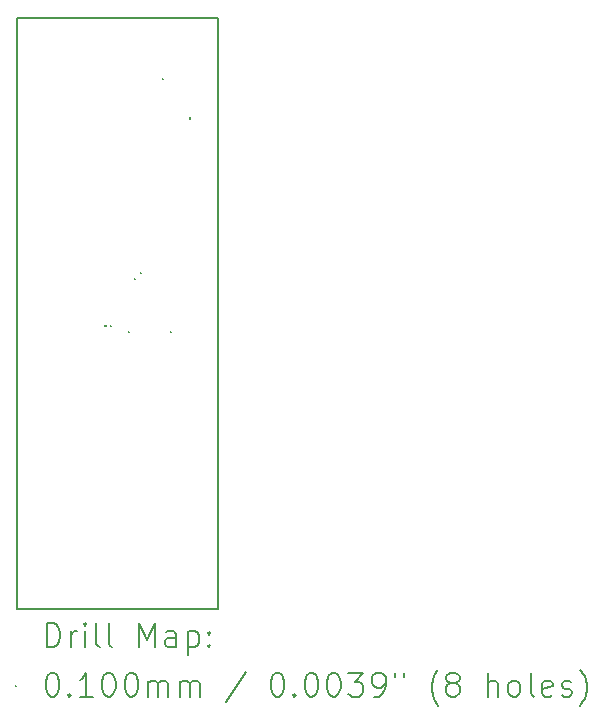
<source format=gbr>
%TF.GenerationSoftware,KiCad,Pcbnew,8.0.1*%
%TF.CreationDate,2024-10-17T14:11:02-05:00*%
%TF.ProjectId,sip-board,7369702d-626f-4617-9264-2e6b69636164,rev?*%
%TF.SameCoordinates,Original*%
%TF.FileFunction,Drillmap*%
%TF.FilePolarity,Positive*%
%FSLAX45Y45*%
G04 Gerber Fmt 4.5, Leading zero omitted, Abs format (unit mm)*
G04 Created by KiCad (PCBNEW 8.0.1) date 2024-10-17 14:11:02*
%MOMM*%
%LPD*%
G01*
G04 APERTURE LIST*
%ADD10C,0.200000*%
%ADD11C,0.100000*%
G04 APERTURE END LIST*
D10*
X13700000Y-7862000D02*
X15400000Y-7862000D01*
X15400000Y-12862000D01*
X13700000Y-12862000D01*
X13700000Y-7862000D01*
D11*
X14437000Y-10455000D02*
X14447000Y-10465000D01*
X14447000Y-10455000D02*
X14437000Y-10465000D01*
X14485000Y-10456000D02*
X14495000Y-10466000D01*
X14495000Y-10456000D02*
X14485000Y-10466000D01*
X14637000Y-10505000D02*
X14647000Y-10515000D01*
X14647000Y-10505000D02*
X14637000Y-10515000D01*
X14687000Y-10056000D02*
X14697000Y-10066000D01*
X14697000Y-10056000D02*
X14687000Y-10066000D01*
X14736000Y-10005000D02*
X14746000Y-10015000D01*
X14746000Y-10005000D02*
X14736000Y-10015000D01*
X14926000Y-8366000D02*
X14936000Y-8376000D01*
X14936000Y-8366000D02*
X14926000Y-8376000D01*
X14993000Y-10505000D02*
X15003000Y-10515000D01*
X15003000Y-10505000D02*
X14993000Y-10515000D01*
X15150000Y-8700000D02*
X15160000Y-8710000D01*
X15160000Y-8700000D02*
X15150000Y-8710000D01*
D10*
X13950777Y-13183484D02*
X13950777Y-12983484D01*
X13950777Y-12983484D02*
X13998396Y-12983484D01*
X13998396Y-12983484D02*
X14026967Y-12993008D01*
X14026967Y-12993008D02*
X14046015Y-13012055D01*
X14046015Y-13012055D02*
X14055539Y-13031103D01*
X14055539Y-13031103D02*
X14065062Y-13069198D01*
X14065062Y-13069198D02*
X14065062Y-13097769D01*
X14065062Y-13097769D02*
X14055539Y-13135865D01*
X14055539Y-13135865D02*
X14046015Y-13154912D01*
X14046015Y-13154912D02*
X14026967Y-13173960D01*
X14026967Y-13173960D02*
X13998396Y-13183484D01*
X13998396Y-13183484D02*
X13950777Y-13183484D01*
X14150777Y-13183484D02*
X14150777Y-13050150D01*
X14150777Y-13088246D02*
X14160301Y-13069198D01*
X14160301Y-13069198D02*
X14169824Y-13059674D01*
X14169824Y-13059674D02*
X14188872Y-13050150D01*
X14188872Y-13050150D02*
X14207920Y-13050150D01*
X14274586Y-13183484D02*
X14274586Y-13050150D01*
X14274586Y-12983484D02*
X14265062Y-12993008D01*
X14265062Y-12993008D02*
X14274586Y-13002531D01*
X14274586Y-13002531D02*
X14284110Y-12993008D01*
X14284110Y-12993008D02*
X14274586Y-12983484D01*
X14274586Y-12983484D02*
X14274586Y-13002531D01*
X14398396Y-13183484D02*
X14379348Y-13173960D01*
X14379348Y-13173960D02*
X14369824Y-13154912D01*
X14369824Y-13154912D02*
X14369824Y-12983484D01*
X14503158Y-13183484D02*
X14484110Y-13173960D01*
X14484110Y-13173960D02*
X14474586Y-13154912D01*
X14474586Y-13154912D02*
X14474586Y-12983484D01*
X14731729Y-13183484D02*
X14731729Y-12983484D01*
X14731729Y-12983484D02*
X14798396Y-13126341D01*
X14798396Y-13126341D02*
X14865062Y-12983484D01*
X14865062Y-12983484D02*
X14865062Y-13183484D01*
X15046015Y-13183484D02*
X15046015Y-13078722D01*
X15046015Y-13078722D02*
X15036491Y-13059674D01*
X15036491Y-13059674D02*
X15017443Y-13050150D01*
X15017443Y-13050150D02*
X14979348Y-13050150D01*
X14979348Y-13050150D02*
X14960301Y-13059674D01*
X15046015Y-13173960D02*
X15026967Y-13183484D01*
X15026967Y-13183484D02*
X14979348Y-13183484D01*
X14979348Y-13183484D02*
X14960301Y-13173960D01*
X14960301Y-13173960D02*
X14950777Y-13154912D01*
X14950777Y-13154912D02*
X14950777Y-13135865D01*
X14950777Y-13135865D02*
X14960301Y-13116817D01*
X14960301Y-13116817D02*
X14979348Y-13107293D01*
X14979348Y-13107293D02*
X15026967Y-13107293D01*
X15026967Y-13107293D02*
X15046015Y-13097769D01*
X15141253Y-13050150D02*
X15141253Y-13250150D01*
X15141253Y-13059674D02*
X15160301Y-13050150D01*
X15160301Y-13050150D02*
X15198396Y-13050150D01*
X15198396Y-13050150D02*
X15217443Y-13059674D01*
X15217443Y-13059674D02*
X15226967Y-13069198D01*
X15226967Y-13069198D02*
X15236491Y-13088246D01*
X15236491Y-13088246D02*
X15236491Y-13145388D01*
X15236491Y-13145388D02*
X15226967Y-13164436D01*
X15226967Y-13164436D02*
X15217443Y-13173960D01*
X15217443Y-13173960D02*
X15198396Y-13183484D01*
X15198396Y-13183484D02*
X15160301Y-13183484D01*
X15160301Y-13183484D02*
X15141253Y-13173960D01*
X15322205Y-13164436D02*
X15331729Y-13173960D01*
X15331729Y-13173960D02*
X15322205Y-13183484D01*
X15322205Y-13183484D02*
X15312682Y-13173960D01*
X15312682Y-13173960D02*
X15322205Y-13164436D01*
X15322205Y-13164436D02*
X15322205Y-13183484D01*
X15322205Y-13059674D02*
X15331729Y-13069198D01*
X15331729Y-13069198D02*
X15322205Y-13078722D01*
X15322205Y-13078722D02*
X15312682Y-13069198D01*
X15312682Y-13069198D02*
X15322205Y-13059674D01*
X15322205Y-13059674D02*
X15322205Y-13078722D01*
D11*
X13680000Y-13507000D02*
X13690000Y-13517000D01*
X13690000Y-13507000D02*
X13680000Y-13517000D01*
D10*
X13988872Y-13403484D02*
X14007920Y-13403484D01*
X14007920Y-13403484D02*
X14026967Y-13413008D01*
X14026967Y-13413008D02*
X14036491Y-13422531D01*
X14036491Y-13422531D02*
X14046015Y-13441579D01*
X14046015Y-13441579D02*
X14055539Y-13479674D01*
X14055539Y-13479674D02*
X14055539Y-13527293D01*
X14055539Y-13527293D02*
X14046015Y-13565388D01*
X14046015Y-13565388D02*
X14036491Y-13584436D01*
X14036491Y-13584436D02*
X14026967Y-13593960D01*
X14026967Y-13593960D02*
X14007920Y-13603484D01*
X14007920Y-13603484D02*
X13988872Y-13603484D01*
X13988872Y-13603484D02*
X13969824Y-13593960D01*
X13969824Y-13593960D02*
X13960301Y-13584436D01*
X13960301Y-13584436D02*
X13950777Y-13565388D01*
X13950777Y-13565388D02*
X13941253Y-13527293D01*
X13941253Y-13527293D02*
X13941253Y-13479674D01*
X13941253Y-13479674D02*
X13950777Y-13441579D01*
X13950777Y-13441579D02*
X13960301Y-13422531D01*
X13960301Y-13422531D02*
X13969824Y-13413008D01*
X13969824Y-13413008D02*
X13988872Y-13403484D01*
X14141253Y-13584436D02*
X14150777Y-13593960D01*
X14150777Y-13593960D02*
X14141253Y-13603484D01*
X14141253Y-13603484D02*
X14131729Y-13593960D01*
X14131729Y-13593960D02*
X14141253Y-13584436D01*
X14141253Y-13584436D02*
X14141253Y-13603484D01*
X14341253Y-13603484D02*
X14226967Y-13603484D01*
X14284110Y-13603484D02*
X14284110Y-13403484D01*
X14284110Y-13403484D02*
X14265062Y-13432055D01*
X14265062Y-13432055D02*
X14246015Y-13451103D01*
X14246015Y-13451103D02*
X14226967Y-13460627D01*
X14465062Y-13403484D02*
X14484110Y-13403484D01*
X14484110Y-13403484D02*
X14503158Y-13413008D01*
X14503158Y-13413008D02*
X14512682Y-13422531D01*
X14512682Y-13422531D02*
X14522205Y-13441579D01*
X14522205Y-13441579D02*
X14531729Y-13479674D01*
X14531729Y-13479674D02*
X14531729Y-13527293D01*
X14531729Y-13527293D02*
X14522205Y-13565388D01*
X14522205Y-13565388D02*
X14512682Y-13584436D01*
X14512682Y-13584436D02*
X14503158Y-13593960D01*
X14503158Y-13593960D02*
X14484110Y-13603484D01*
X14484110Y-13603484D02*
X14465062Y-13603484D01*
X14465062Y-13603484D02*
X14446015Y-13593960D01*
X14446015Y-13593960D02*
X14436491Y-13584436D01*
X14436491Y-13584436D02*
X14426967Y-13565388D01*
X14426967Y-13565388D02*
X14417443Y-13527293D01*
X14417443Y-13527293D02*
X14417443Y-13479674D01*
X14417443Y-13479674D02*
X14426967Y-13441579D01*
X14426967Y-13441579D02*
X14436491Y-13422531D01*
X14436491Y-13422531D02*
X14446015Y-13413008D01*
X14446015Y-13413008D02*
X14465062Y-13403484D01*
X14655539Y-13403484D02*
X14674586Y-13403484D01*
X14674586Y-13403484D02*
X14693634Y-13413008D01*
X14693634Y-13413008D02*
X14703158Y-13422531D01*
X14703158Y-13422531D02*
X14712682Y-13441579D01*
X14712682Y-13441579D02*
X14722205Y-13479674D01*
X14722205Y-13479674D02*
X14722205Y-13527293D01*
X14722205Y-13527293D02*
X14712682Y-13565388D01*
X14712682Y-13565388D02*
X14703158Y-13584436D01*
X14703158Y-13584436D02*
X14693634Y-13593960D01*
X14693634Y-13593960D02*
X14674586Y-13603484D01*
X14674586Y-13603484D02*
X14655539Y-13603484D01*
X14655539Y-13603484D02*
X14636491Y-13593960D01*
X14636491Y-13593960D02*
X14626967Y-13584436D01*
X14626967Y-13584436D02*
X14617443Y-13565388D01*
X14617443Y-13565388D02*
X14607920Y-13527293D01*
X14607920Y-13527293D02*
X14607920Y-13479674D01*
X14607920Y-13479674D02*
X14617443Y-13441579D01*
X14617443Y-13441579D02*
X14626967Y-13422531D01*
X14626967Y-13422531D02*
X14636491Y-13413008D01*
X14636491Y-13413008D02*
X14655539Y-13403484D01*
X14807920Y-13603484D02*
X14807920Y-13470150D01*
X14807920Y-13489198D02*
X14817443Y-13479674D01*
X14817443Y-13479674D02*
X14836491Y-13470150D01*
X14836491Y-13470150D02*
X14865063Y-13470150D01*
X14865063Y-13470150D02*
X14884110Y-13479674D01*
X14884110Y-13479674D02*
X14893634Y-13498722D01*
X14893634Y-13498722D02*
X14893634Y-13603484D01*
X14893634Y-13498722D02*
X14903158Y-13479674D01*
X14903158Y-13479674D02*
X14922205Y-13470150D01*
X14922205Y-13470150D02*
X14950777Y-13470150D01*
X14950777Y-13470150D02*
X14969824Y-13479674D01*
X14969824Y-13479674D02*
X14979348Y-13498722D01*
X14979348Y-13498722D02*
X14979348Y-13603484D01*
X15074586Y-13603484D02*
X15074586Y-13470150D01*
X15074586Y-13489198D02*
X15084110Y-13479674D01*
X15084110Y-13479674D02*
X15103158Y-13470150D01*
X15103158Y-13470150D02*
X15131729Y-13470150D01*
X15131729Y-13470150D02*
X15150777Y-13479674D01*
X15150777Y-13479674D02*
X15160301Y-13498722D01*
X15160301Y-13498722D02*
X15160301Y-13603484D01*
X15160301Y-13498722D02*
X15169824Y-13479674D01*
X15169824Y-13479674D02*
X15188872Y-13470150D01*
X15188872Y-13470150D02*
X15217443Y-13470150D01*
X15217443Y-13470150D02*
X15236491Y-13479674D01*
X15236491Y-13479674D02*
X15246015Y-13498722D01*
X15246015Y-13498722D02*
X15246015Y-13603484D01*
X15636491Y-13393960D02*
X15465063Y-13651103D01*
X15893634Y-13403484D02*
X15912682Y-13403484D01*
X15912682Y-13403484D02*
X15931729Y-13413008D01*
X15931729Y-13413008D02*
X15941253Y-13422531D01*
X15941253Y-13422531D02*
X15950777Y-13441579D01*
X15950777Y-13441579D02*
X15960301Y-13479674D01*
X15960301Y-13479674D02*
X15960301Y-13527293D01*
X15960301Y-13527293D02*
X15950777Y-13565388D01*
X15950777Y-13565388D02*
X15941253Y-13584436D01*
X15941253Y-13584436D02*
X15931729Y-13593960D01*
X15931729Y-13593960D02*
X15912682Y-13603484D01*
X15912682Y-13603484D02*
X15893634Y-13603484D01*
X15893634Y-13603484D02*
X15874586Y-13593960D01*
X15874586Y-13593960D02*
X15865063Y-13584436D01*
X15865063Y-13584436D02*
X15855539Y-13565388D01*
X15855539Y-13565388D02*
X15846015Y-13527293D01*
X15846015Y-13527293D02*
X15846015Y-13479674D01*
X15846015Y-13479674D02*
X15855539Y-13441579D01*
X15855539Y-13441579D02*
X15865063Y-13422531D01*
X15865063Y-13422531D02*
X15874586Y-13413008D01*
X15874586Y-13413008D02*
X15893634Y-13403484D01*
X16046015Y-13584436D02*
X16055539Y-13593960D01*
X16055539Y-13593960D02*
X16046015Y-13603484D01*
X16046015Y-13603484D02*
X16036491Y-13593960D01*
X16036491Y-13593960D02*
X16046015Y-13584436D01*
X16046015Y-13584436D02*
X16046015Y-13603484D01*
X16179348Y-13403484D02*
X16198396Y-13403484D01*
X16198396Y-13403484D02*
X16217444Y-13413008D01*
X16217444Y-13413008D02*
X16226967Y-13422531D01*
X16226967Y-13422531D02*
X16236491Y-13441579D01*
X16236491Y-13441579D02*
X16246015Y-13479674D01*
X16246015Y-13479674D02*
X16246015Y-13527293D01*
X16246015Y-13527293D02*
X16236491Y-13565388D01*
X16236491Y-13565388D02*
X16226967Y-13584436D01*
X16226967Y-13584436D02*
X16217444Y-13593960D01*
X16217444Y-13593960D02*
X16198396Y-13603484D01*
X16198396Y-13603484D02*
X16179348Y-13603484D01*
X16179348Y-13603484D02*
X16160301Y-13593960D01*
X16160301Y-13593960D02*
X16150777Y-13584436D01*
X16150777Y-13584436D02*
X16141253Y-13565388D01*
X16141253Y-13565388D02*
X16131729Y-13527293D01*
X16131729Y-13527293D02*
X16131729Y-13479674D01*
X16131729Y-13479674D02*
X16141253Y-13441579D01*
X16141253Y-13441579D02*
X16150777Y-13422531D01*
X16150777Y-13422531D02*
X16160301Y-13413008D01*
X16160301Y-13413008D02*
X16179348Y-13403484D01*
X16369825Y-13403484D02*
X16388872Y-13403484D01*
X16388872Y-13403484D02*
X16407920Y-13413008D01*
X16407920Y-13413008D02*
X16417444Y-13422531D01*
X16417444Y-13422531D02*
X16426967Y-13441579D01*
X16426967Y-13441579D02*
X16436491Y-13479674D01*
X16436491Y-13479674D02*
X16436491Y-13527293D01*
X16436491Y-13527293D02*
X16426967Y-13565388D01*
X16426967Y-13565388D02*
X16417444Y-13584436D01*
X16417444Y-13584436D02*
X16407920Y-13593960D01*
X16407920Y-13593960D02*
X16388872Y-13603484D01*
X16388872Y-13603484D02*
X16369825Y-13603484D01*
X16369825Y-13603484D02*
X16350777Y-13593960D01*
X16350777Y-13593960D02*
X16341253Y-13584436D01*
X16341253Y-13584436D02*
X16331729Y-13565388D01*
X16331729Y-13565388D02*
X16322206Y-13527293D01*
X16322206Y-13527293D02*
X16322206Y-13479674D01*
X16322206Y-13479674D02*
X16331729Y-13441579D01*
X16331729Y-13441579D02*
X16341253Y-13422531D01*
X16341253Y-13422531D02*
X16350777Y-13413008D01*
X16350777Y-13413008D02*
X16369825Y-13403484D01*
X16503158Y-13403484D02*
X16626967Y-13403484D01*
X16626967Y-13403484D02*
X16560301Y-13479674D01*
X16560301Y-13479674D02*
X16588872Y-13479674D01*
X16588872Y-13479674D02*
X16607920Y-13489198D01*
X16607920Y-13489198D02*
X16617444Y-13498722D01*
X16617444Y-13498722D02*
X16626967Y-13517769D01*
X16626967Y-13517769D02*
X16626967Y-13565388D01*
X16626967Y-13565388D02*
X16617444Y-13584436D01*
X16617444Y-13584436D02*
X16607920Y-13593960D01*
X16607920Y-13593960D02*
X16588872Y-13603484D01*
X16588872Y-13603484D02*
X16531729Y-13603484D01*
X16531729Y-13603484D02*
X16512682Y-13593960D01*
X16512682Y-13593960D02*
X16503158Y-13584436D01*
X16722206Y-13603484D02*
X16760301Y-13603484D01*
X16760301Y-13603484D02*
X16779349Y-13593960D01*
X16779349Y-13593960D02*
X16788872Y-13584436D01*
X16788872Y-13584436D02*
X16807920Y-13555865D01*
X16807920Y-13555865D02*
X16817444Y-13517769D01*
X16817444Y-13517769D02*
X16817444Y-13441579D01*
X16817444Y-13441579D02*
X16807920Y-13422531D01*
X16807920Y-13422531D02*
X16798396Y-13413008D01*
X16798396Y-13413008D02*
X16779349Y-13403484D01*
X16779349Y-13403484D02*
X16741253Y-13403484D01*
X16741253Y-13403484D02*
X16722206Y-13413008D01*
X16722206Y-13413008D02*
X16712682Y-13422531D01*
X16712682Y-13422531D02*
X16703158Y-13441579D01*
X16703158Y-13441579D02*
X16703158Y-13489198D01*
X16703158Y-13489198D02*
X16712682Y-13508246D01*
X16712682Y-13508246D02*
X16722206Y-13517769D01*
X16722206Y-13517769D02*
X16741253Y-13527293D01*
X16741253Y-13527293D02*
X16779349Y-13527293D01*
X16779349Y-13527293D02*
X16798396Y-13517769D01*
X16798396Y-13517769D02*
X16807920Y-13508246D01*
X16807920Y-13508246D02*
X16817444Y-13489198D01*
X16893634Y-13403484D02*
X16893634Y-13441579D01*
X16969825Y-13403484D02*
X16969825Y-13441579D01*
X17265063Y-13679674D02*
X17255539Y-13670150D01*
X17255539Y-13670150D02*
X17236491Y-13641579D01*
X17236491Y-13641579D02*
X17226968Y-13622531D01*
X17226968Y-13622531D02*
X17217444Y-13593960D01*
X17217444Y-13593960D02*
X17207920Y-13546341D01*
X17207920Y-13546341D02*
X17207920Y-13508246D01*
X17207920Y-13508246D02*
X17217444Y-13460627D01*
X17217444Y-13460627D02*
X17226968Y-13432055D01*
X17226968Y-13432055D02*
X17236491Y-13413008D01*
X17236491Y-13413008D02*
X17255539Y-13384436D01*
X17255539Y-13384436D02*
X17265063Y-13374912D01*
X17369825Y-13489198D02*
X17350777Y-13479674D01*
X17350777Y-13479674D02*
X17341253Y-13470150D01*
X17341253Y-13470150D02*
X17331730Y-13451103D01*
X17331730Y-13451103D02*
X17331730Y-13441579D01*
X17331730Y-13441579D02*
X17341253Y-13422531D01*
X17341253Y-13422531D02*
X17350777Y-13413008D01*
X17350777Y-13413008D02*
X17369825Y-13403484D01*
X17369825Y-13403484D02*
X17407920Y-13403484D01*
X17407920Y-13403484D02*
X17426968Y-13413008D01*
X17426968Y-13413008D02*
X17436491Y-13422531D01*
X17436491Y-13422531D02*
X17446015Y-13441579D01*
X17446015Y-13441579D02*
X17446015Y-13451103D01*
X17446015Y-13451103D02*
X17436491Y-13470150D01*
X17436491Y-13470150D02*
X17426968Y-13479674D01*
X17426968Y-13479674D02*
X17407920Y-13489198D01*
X17407920Y-13489198D02*
X17369825Y-13489198D01*
X17369825Y-13489198D02*
X17350777Y-13498722D01*
X17350777Y-13498722D02*
X17341253Y-13508246D01*
X17341253Y-13508246D02*
X17331730Y-13527293D01*
X17331730Y-13527293D02*
X17331730Y-13565388D01*
X17331730Y-13565388D02*
X17341253Y-13584436D01*
X17341253Y-13584436D02*
X17350777Y-13593960D01*
X17350777Y-13593960D02*
X17369825Y-13603484D01*
X17369825Y-13603484D02*
X17407920Y-13603484D01*
X17407920Y-13603484D02*
X17426968Y-13593960D01*
X17426968Y-13593960D02*
X17436491Y-13584436D01*
X17436491Y-13584436D02*
X17446015Y-13565388D01*
X17446015Y-13565388D02*
X17446015Y-13527293D01*
X17446015Y-13527293D02*
X17436491Y-13508246D01*
X17436491Y-13508246D02*
X17426968Y-13498722D01*
X17426968Y-13498722D02*
X17407920Y-13489198D01*
X17684111Y-13603484D02*
X17684111Y-13403484D01*
X17769825Y-13603484D02*
X17769825Y-13498722D01*
X17769825Y-13498722D02*
X17760301Y-13479674D01*
X17760301Y-13479674D02*
X17741253Y-13470150D01*
X17741253Y-13470150D02*
X17712682Y-13470150D01*
X17712682Y-13470150D02*
X17693634Y-13479674D01*
X17693634Y-13479674D02*
X17684111Y-13489198D01*
X17893634Y-13603484D02*
X17874587Y-13593960D01*
X17874587Y-13593960D02*
X17865063Y-13584436D01*
X17865063Y-13584436D02*
X17855539Y-13565388D01*
X17855539Y-13565388D02*
X17855539Y-13508246D01*
X17855539Y-13508246D02*
X17865063Y-13489198D01*
X17865063Y-13489198D02*
X17874587Y-13479674D01*
X17874587Y-13479674D02*
X17893634Y-13470150D01*
X17893634Y-13470150D02*
X17922206Y-13470150D01*
X17922206Y-13470150D02*
X17941253Y-13479674D01*
X17941253Y-13479674D02*
X17950777Y-13489198D01*
X17950777Y-13489198D02*
X17960301Y-13508246D01*
X17960301Y-13508246D02*
X17960301Y-13565388D01*
X17960301Y-13565388D02*
X17950777Y-13584436D01*
X17950777Y-13584436D02*
X17941253Y-13593960D01*
X17941253Y-13593960D02*
X17922206Y-13603484D01*
X17922206Y-13603484D02*
X17893634Y-13603484D01*
X18074587Y-13603484D02*
X18055539Y-13593960D01*
X18055539Y-13593960D02*
X18046015Y-13574912D01*
X18046015Y-13574912D02*
X18046015Y-13403484D01*
X18226968Y-13593960D02*
X18207920Y-13603484D01*
X18207920Y-13603484D02*
X18169825Y-13603484D01*
X18169825Y-13603484D02*
X18150777Y-13593960D01*
X18150777Y-13593960D02*
X18141253Y-13574912D01*
X18141253Y-13574912D02*
X18141253Y-13498722D01*
X18141253Y-13498722D02*
X18150777Y-13479674D01*
X18150777Y-13479674D02*
X18169825Y-13470150D01*
X18169825Y-13470150D02*
X18207920Y-13470150D01*
X18207920Y-13470150D02*
X18226968Y-13479674D01*
X18226968Y-13479674D02*
X18236492Y-13498722D01*
X18236492Y-13498722D02*
X18236492Y-13517769D01*
X18236492Y-13517769D02*
X18141253Y-13536817D01*
X18312682Y-13593960D02*
X18331730Y-13603484D01*
X18331730Y-13603484D02*
X18369825Y-13603484D01*
X18369825Y-13603484D02*
X18388873Y-13593960D01*
X18388873Y-13593960D02*
X18398396Y-13574912D01*
X18398396Y-13574912D02*
X18398396Y-13565388D01*
X18398396Y-13565388D02*
X18388873Y-13546341D01*
X18388873Y-13546341D02*
X18369825Y-13536817D01*
X18369825Y-13536817D02*
X18341253Y-13536817D01*
X18341253Y-13536817D02*
X18322206Y-13527293D01*
X18322206Y-13527293D02*
X18312682Y-13508246D01*
X18312682Y-13508246D02*
X18312682Y-13498722D01*
X18312682Y-13498722D02*
X18322206Y-13479674D01*
X18322206Y-13479674D02*
X18341253Y-13470150D01*
X18341253Y-13470150D02*
X18369825Y-13470150D01*
X18369825Y-13470150D02*
X18388873Y-13479674D01*
X18465063Y-13679674D02*
X18474587Y-13670150D01*
X18474587Y-13670150D02*
X18493634Y-13641579D01*
X18493634Y-13641579D02*
X18503158Y-13622531D01*
X18503158Y-13622531D02*
X18512682Y-13593960D01*
X18512682Y-13593960D02*
X18522206Y-13546341D01*
X18522206Y-13546341D02*
X18522206Y-13508246D01*
X18522206Y-13508246D02*
X18512682Y-13460627D01*
X18512682Y-13460627D02*
X18503158Y-13432055D01*
X18503158Y-13432055D02*
X18493634Y-13413008D01*
X18493634Y-13413008D02*
X18474587Y-13384436D01*
X18474587Y-13384436D02*
X18465063Y-13374912D01*
M02*

</source>
